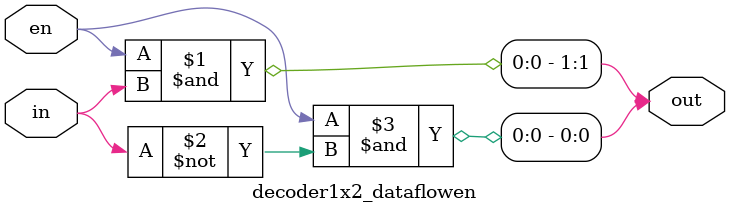
<source format=v>
`timescale 1ns / 1ps


module dec2x4using1x2( input [1:0] in,output wire [3:0]out );
wire [1:0]w;
decoder1x2_dataflow u1(in[1],w[1:0] );
decoder1x2_dataflowen u2( in[0],w[1], out[3:2] );
decoder1x2_dataflowen u3( in[0],w[0],out[1:0] );

endmodule
module decoder1x2_dataflow(input in,output wire [1:0]out );
assign out[1]=in;
assign out[0]=~in; 
endmodule
module decoder1x2_dataflowen(input in,en,output wire [1:0]out );
assign out[1]=en&in;
assign out[0]=en&~in; 
endmodule

</source>
